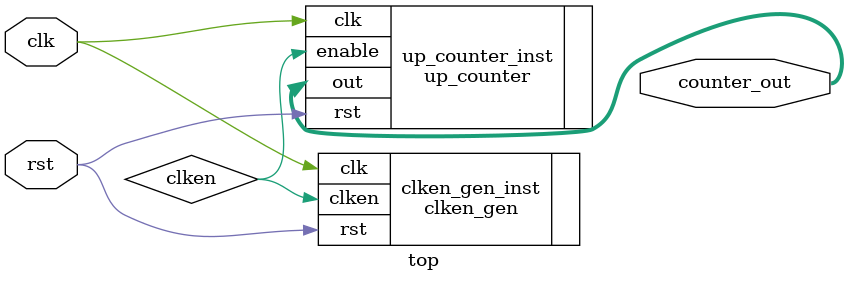
<source format=v>
module top(
  input clk,
  input rst,
  output [7:0] counter_out
);

// ----------------------------------------------------------------------------
wire clken;
wire [7:0] counter_out;

// ----------------------------------------------------------------------------
clken_gen #(
  .DIV_RATIO(3) // Resulting 'clken' pulse frequency is { clk / ( n + 1) }
)
clken_gen_inst(
  .clk(clk),
  .rst(rst),
  .clken(clken)
);

// ----------------------------------------------------------------------------
up_counter up_counter_inst(
  .clk(clk),
  .rst(rst),
  .enable(clken),
  .out(counter_out)
);

endmodule

</source>
